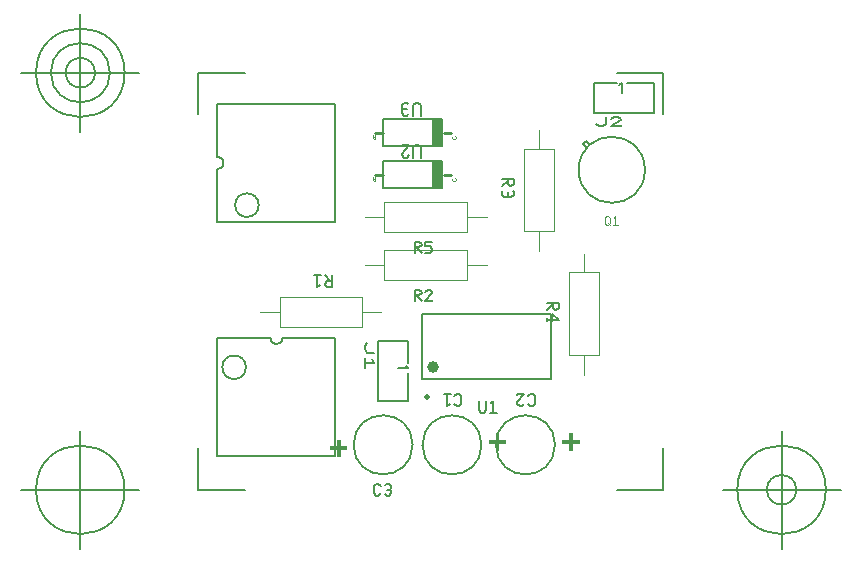
<source format=gbr>
G04 Generated by Ultiboard 14.1 *
%FSLAX33Y33*%
%MOMM*%

%ADD10C,0.001*%
%ADD11C,0.203*%
%ADD12C,0.001*%
%ADD13C,0.100*%
%ADD14C,0.071*%
%ADD15C,0.200*%
%ADD16C,0.150*%
%ADD17C,0.254*%
%ADD18C,0.056*%
%ADD19C,0.127*%
%ADD20C,0.50000*%
%ADD21C,1.00000*%


G04 ColorRGB FFFF00 for the following layer *
%LNSilkscreen Top*%
%LPD*%
G54D10*
G54D11*
X33100Y50720D02*
X33100Y40720D01*
X43100Y40720D01*
X43100Y50720D01*
X33514Y48220D02*
G75*
D01*
G02X33514Y48220I1000J0*
G01*
X37600Y50720D02*
X37602Y50676D01*
X37608Y50633D01*
X37617Y50591D01*
X37630Y50549D01*
X37647Y50509D01*
X37667Y50470D01*
X37690Y50433D01*
X37717Y50399D01*
X37746Y50366D01*
X37779Y50337D01*
X37813Y50310D01*
X37850Y50287D01*
X37889Y50267D01*
X37929Y50250D01*
X37971Y50237D01*
X38013Y50228D01*
X38056Y50222D01*
X38100Y50220D01*
X38144Y50222D01*
X38187Y50228D01*
X38229Y50237D01*
X38271Y50250D01*
X38311Y50267D01*
X38350Y50287D01*
X38387Y50310D01*
X38421Y50337D01*
X38454Y50366D01*
X38483Y50399D01*
X38510Y50433D01*
X38533Y50470D01*
X38553Y50509D01*
X38570Y50549D01*
X38583Y50591D01*
X38592Y50633D01*
X38598Y50676D01*
X38600Y50720D01*
X43100Y50720D02*
X38600Y50720D01*
X37600Y50720D02*
X33100Y50720D01*
X33100Y60532D02*
X43100Y60532D01*
X43100Y70532D01*
X33100Y70532D01*
X34600Y61946D02*
G75*
D01*
G02X34600Y61946I1000J0*
G01*
X33100Y65032D02*
X33144Y65034D01*
X33187Y65040D01*
X33229Y65049D01*
X33271Y65062D01*
X33311Y65079D01*
X33350Y65099D01*
X33387Y65122D01*
X33421Y65149D01*
X33454Y65178D01*
X33483Y65211D01*
X33510Y65245D01*
X33533Y65282D01*
X33553Y65321D01*
X33570Y65361D01*
X33583Y65403D01*
X33592Y65445D01*
X33598Y65488D01*
X33600Y65532D01*
X33598Y65576D01*
X33592Y65619D01*
X33583Y65661D01*
X33570Y65703D01*
X33553Y65743D01*
X33533Y65782D01*
X33510Y65819D01*
X33483Y65853D01*
X33454Y65886D01*
X33421Y65915D01*
X33387Y65942D01*
X33350Y65965D01*
X33311Y65985D01*
X33271Y66002D01*
X33229Y66015D01*
X33187Y66024D01*
X33144Y66030D01*
X33100Y66032D01*
X33100Y70532D02*
X33100Y66032D01*
X33100Y65032D02*
X33100Y60532D01*
X65150Y68814D02*
X65432Y68663D01*
X65715Y68663D01*
X65997Y68814D01*
X65997Y69419D01*
X66420Y69268D02*
X66702Y69419D01*
X66985Y69419D01*
X67267Y69268D01*
X67267Y69192D01*
X66420Y68663D01*
X67267Y68663D01*
X67267Y68739D01*
X70089Y69749D02*
X65009Y69749D01*
X66914Y72289D02*
X65009Y72289D01*
X65009Y69749D01*
X70089Y72289D02*
X67761Y72289D01*
X67337Y72289D02*
X67337Y71442D01*
X67126Y72077D02*
X67337Y72289D01*
X70089Y72289D02*
X70089Y69749D01*
X45770Y50308D02*
X45619Y50026D01*
X45619Y49744D01*
X45770Y49462D01*
X46375Y49462D01*
X46224Y48897D02*
X46375Y48615D01*
X45619Y48615D01*
X45619Y49038D02*
X45619Y48192D01*
X46705Y45369D02*
X46705Y50449D01*
X49245Y48544D02*
X49245Y50449D01*
X46705Y50449D01*
X49245Y45369D02*
X49245Y47698D01*
X49245Y48121D02*
X48398Y48121D01*
X49033Y48333D02*
X49245Y48121D01*
X49245Y45369D02*
X46705Y45369D01*
X46925Y37556D02*
X46726Y37356D01*
X46527Y37356D01*
X46328Y37556D01*
X46328Y38156D01*
X46527Y38356D01*
X46726Y38356D01*
X46925Y38156D01*
X47323Y38256D02*
X47423Y38356D01*
X47622Y38356D01*
X47821Y38156D01*
X47821Y37956D01*
X47721Y37856D01*
X47821Y37756D01*
X47821Y37556D01*
X47622Y37356D01*
X47423Y37356D01*
X47323Y37456D01*
X47423Y37856D02*
X47721Y37856D01*
X44628Y41656D02*
G75*
D01*
G02X44628Y41656I2500J0*
G01*
X49796Y57860D02*
X49796Y58860D01*
X50194Y58860D01*
X50393Y58660D01*
X50393Y58560D01*
X50194Y58360D01*
X49796Y58360D01*
X49895Y58360D02*
X50393Y57860D01*
X51289Y58860D02*
X50692Y58860D01*
X50692Y58460D01*
X51090Y58460D01*
X51289Y58260D01*
X51289Y58060D01*
X51090Y57860D01*
X50692Y57860D01*
X49796Y53796D02*
X49796Y54796D01*
X50194Y54796D01*
X50393Y54596D01*
X50393Y54496D01*
X50194Y54296D01*
X49796Y54296D01*
X49895Y54296D02*
X50393Y53796D01*
X50692Y54596D02*
X50891Y54796D01*
X51090Y54796D01*
X51289Y54596D01*
X51289Y54496D01*
X50692Y53796D01*
X51289Y53796D01*
X51289Y53896D01*
X42768Y56007D02*
X42768Y55007D01*
X42370Y55007D01*
X42171Y55207D01*
X42171Y55307D01*
X42370Y55507D01*
X42768Y55507D01*
X42668Y55507D02*
X42171Y56007D01*
X41772Y55207D02*
X41573Y55007D01*
X41573Y56007D01*
X41872Y56007D02*
X41275Y56007D01*
X55257Y45359D02*
X55257Y44559D01*
X55456Y44359D01*
X55656Y44359D01*
X55855Y44559D01*
X55855Y45359D01*
X56253Y45159D02*
X56452Y45359D01*
X56452Y44359D01*
X56153Y44359D02*
X56751Y44359D01*
X61384Y52737D02*
X50464Y52737D01*
X50464Y47263D02*
X61384Y47263D01*
X50464Y52737D02*
X50464Y47263D01*
X61384Y47263D02*
X61384Y52737D01*
X53167Y45750D02*
X53366Y45950D01*
X53565Y45950D01*
X53764Y45750D01*
X53764Y45150D01*
X53565Y44950D01*
X53366Y44950D01*
X53167Y45150D01*
X52769Y45150D02*
X52570Y44950D01*
X52570Y45950D01*
X52868Y45950D02*
X52271Y45950D01*
X50464Y41650D02*
G75*
D01*
G02X50464Y41650I2500J0*
G01*
X59386Y45750D02*
X59585Y45950D01*
X59784Y45950D01*
X59983Y45750D01*
X59983Y45150D01*
X59784Y44950D01*
X59585Y44950D01*
X59386Y45150D01*
X59087Y45150D02*
X58888Y44950D01*
X58689Y44950D01*
X58490Y45150D01*
X58490Y45250D01*
X59087Y45950D01*
X58490Y45950D01*
X58490Y45850D01*
X56683Y41650D02*
G75*
D01*
G02X56683Y41650I2500J0*
G01*
X61011Y53647D02*
X62011Y53647D01*
X62011Y53249D01*
X61811Y53049D01*
X61711Y53049D01*
X61511Y53249D01*
X61511Y53647D01*
X61511Y53547D02*
X61011Y53049D01*
X61411Y52153D02*
X61411Y52751D01*
X62011Y52253D01*
X61011Y52253D01*
X61011Y52353D02*
X61011Y52153D01*
X57192Y64127D02*
X58192Y64127D01*
X58192Y63729D01*
X57992Y63530D01*
X57892Y63530D01*
X57692Y63729D01*
X57692Y64127D01*
X57692Y64028D02*
X57192Y63530D01*
X58092Y63132D02*
X58192Y63032D01*
X58192Y62833D01*
X57992Y62634D01*
X57792Y62634D01*
X57692Y62734D01*
X57592Y62634D01*
X57392Y62634D01*
X57192Y62833D01*
X57192Y63032D01*
X57292Y63132D01*
X57692Y63032D02*
X57692Y62734D01*
X52152Y66922D02*
X52152Y69222D01*
X47152Y69222D02*
X47152Y66922D01*
X52152Y69222D02*
X47152Y69222D01*
X47152Y66922D02*
X52152Y66922D01*
X52152Y63366D02*
X52152Y65666D01*
X47152Y65666D02*
X47152Y63366D01*
X52152Y65666D02*
X47152Y65666D01*
X47152Y63366D02*
X52152Y63366D01*
G54D12*
G36*
X43195Y42097D02*
X43195Y42097D01*
X43444Y40678D01*
X43444Y42097D01*
X43195Y42097D01*
D02*
G37*
X43444Y40678D01*
X43444Y42097D01*
X43195Y42097D01*
G36*
X43444Y40678D02*
X43444Y40678D01*
X43195Y42097D01*
X43195Y41513D01*
X43444Y40678D01*
D02*
G37*
X43195Y42097D01*
X43195Y41513D01*
X43444Y40678D01*
G36*
X43195Y41513D02*
X43195Y41513D01*
X43195Y41267D01*
X43444Y40678D01*
X43195Y41513D01*
D02*
G37*
X43195Y41267D01*
X43444Y40678D01*
X43195Y41513D01*
G36*
X43195Y41267D02*
X43195Y41267D01*
X43195Y41513D01*
X42610Y41513D01*
X43195Y41267D01*
D02*
G37*
X43195Y41513D01*
X42610Y41513D01*
X43195Y41267D01*
G36*
X42610Y41513D02*
X42610Y41513D01*
X42610Y41267D01*
X43195Y41267D01*
X42610Y41513D01*
D02*
G37*
X42610Y41267D01*
X43195Y41267D01*
X42610Y41513D01*
G36*
X43444Y41267D02*
X43444Y41267D01*
X44028Y41267D01*
X43444Y41513D01*
X43444Y41267D01*
D02*
G37*
X44028Y41267D01*
X43444Y41513D01*
X43444Y41267D01*
G36*
X43444Y41267D01*
X43444Y42097D01*
X43444Y41267D01*
D02*
G37*
X43444Y42097D01*
X43444Y41267D01*
G36*
X43444Y41267D01*
X43444Y42097D01*
X43444Y40678D01*
X43444Y41267D01*
D02*
G37*
X43444Y42097D01*
X43444Y40678D01*
X43444Y41267D01*
G36*
X43444Y41513D02*
X43444Y41513D01*
X44028Y41267D01*
X44028Y41513D01*
X43444Y41513D01*
D02*
G37*
X44028Y41267D01*
X44028Y41513D01*
X43444Y41513D01*
G36*
X43444Y40678D02*
X43444Y40678D01*
X43195Y41267D01*
X43195Y40678D01*
X43444Y40678D01*
D02*
G37*
X43195Y41267D01*
X43195Y40678D01*
X43444Y40678D01*
G36*
X56648Y42628D02*
X56648Y42628D01*
X56897Y41209D01*
X56897Y42628D01*
X56648Y42628D01*
D02*
G37*
X56897Y41209D01*
X56897Y42628D01*
X56648Y42628D01*
G36*
X56897Y41209D02*
X56897Y41209D01*
X56648Y42628D01*
X56648Y42039D01*
X56897Y41209D01*
D02*
G37*
X56648Y42628D01*
X56648Y42039D01*
X56897Y41209D01*
G36*
X56648Y42039D02*
X56648Y42039D01*
X56648Y41793D01*
X56897Y41209D01*
X56648Y42039D01*
D02*
G37*
X56648Y41793D01*
X56897Y41209D01*
X56648Y42039D01*
G36*
X56648Y41793D02*
X56648Y41793D01*
X56648Y42039D01*
X56063Y42039D01*
X56648Y41793D01*
D02*
G37*
X56648Y42039D01*
X56063Y42039D01*
X56648Y41793D01*
G36*
X56063Y42039D02*
X56063Y42039D01*
X56063Y41793D01*
X56648Y41793D01*
X56063Y42039D01*
D02*
G37*
X56063Y41793D01*
X56648Y41793D01*
X56063Y42039D01*
G36*
X56897Y41793D02*
X56897Y41793D01*
X57481Y41793D01*
X56897Y42039D01*
X56897Y41793D01*
D02*
G37*
X57481Y41793D01*
X56897Y42039D01*
X56897Y41793D01*
G36*
X56897Y41793D01*
X56897Y42628D01*
X56897Y41793D01*
D02*
G37*
X56897Y42628D01*
X56897Y41793D01*
G36*
X56897Y41793D01*
X56897Y42628D01*
X56897Y41209D01*
X56897Y41793D01*
D02*
G37*
X56897Y42628D01*
X56897Y41209D01*
X56897Y41793D01*
G36*
X56897Y42039D02*
X56897Y42039D01*
X57481Y41793D01*
X57481Y42039D01*
X56897Y42039D01*
D02*
G37*
X57481Y41793D01*
X57481Y42039D01*
X56897Y42039D01*
G36*
X56897Y41209D02*
X56897Y41209D01*
X56648Y41793D01*
X56648Y41209D01*
X56897Y41209D01*
D02*
G37*
X56648Y41793D01*
X56648Y41209D01*
X56897Y41209D01*
G36*
X62867Y42628D02*
X62867Y42628D01*
X63116Y41209D01*
X63116Y42628D01*
X62867Y42628D01*
D02*
G37*
X63116Y41209D01*
X63116Y42628D01*
X62867Y42628D01*
G36*
X63116Y41209D02*
X63116Y41209D01*
X62867Y42628D01*
X62867Y42039D01*
X63116Y41209D01*
D02*
G37*
X62867Y42628D01*
X62867Y42039D01*
X63116Y41209D01*
G36*
X62867Y42039D02*
X62867Y42039D01*
X62867Y41793D01*
X63116Y41209D01*
X62867Y42039D01*
D02*
G37*
X62867Y41793D01*
X63116Y41209D01*
X62867Y42039D01*
G36*
X62867Y41793D02*
X62867Y41793D01*
X62867Y42039D01*
X62283Y42039D01*
X62867Y41793D01*
D02*
G37*
X62867Y42039D01*
X62283Y42039D01*
X62867Y41793D01*
G36*
X62283Y42039D02*
X62283Y42039D01*
X62283Y41793D01*
X62867Y41793D01*
X62283Y42039D01*
D02*
G37*
X62283Y41793D01*
X62867Y41793D01*
X62283Y42039D01*
G36*
X63116Y41793D02*
X63116Y41793D01*
X63701Y41793D01*
X63116Y42039D01*
X63116Y41793D01*
D02*
G37*
X63701Y41793D01*
X63116Y42039D01*
X63116Y41793D01*
G36*
X63116Y41793D01*
X63116Y42628D01*
X63116Y41793D01*
D02*
G37*
X63116Y42628D01*
X63116Y41793D01*
G36*
X63116Y41793D01*
X63116Y42628D01*
X63116Y41209D01*
X63116Y41793D01*
D02*
G37*
X63116Y42628D01*
X63116Y41209D01*
X63116Y41793D01*
G36*
X63116Y42039D02*
X63116Y42039D01*
X63701Y41793D01*
X63701Y42039D01*
X63116Y42039D01*
D02*
G37*
X63701Y41793D01*
X63701Y42039D01*
X63116Y42039D01*
G36*
X63116Y41209D02*
X63116Y41209D01*
X62867Y41793D01*
X62867Y41209D01*
X63116Y41209D01*
D02*
G37*
X62867Y41793D01*
X62867Y41209D01*
X63116Y41209D01*
G54D13*
X47196Y62250D02*
X54196Y62250D01*
X54196Y59700D01*
X47196Y59700D01*
X47196Y62250D01*
X45596Y60960D02*
X47196Y60960D01*
X54196Y60960D02*
X55896Y60960D01*
X47196Y58186D02*
X54196Y58186D01*
X54196Y55636D01*
X47196Y55636D01*
X47196Y58186D01*
X45596Y56896D02*
X47196Y56896D01*
X54196Y56896D02*
X55896Y56896D01*
X45368Y51617D02*
X38368Y51617D01*
X38368Y54167D01*
X45368Y54167D01*
X45368Y51617D01*
X46968Y52907D02*
X45368Y52907D01*
X38368Y52907D02*
X36668Y52907D01*
X65401Y56246D02*
X62851Y56246D01*
X62851Y49246D01*
X65401Y49246D01*
X65401Y56246D01*
X64111Y57846D02*
X64111Y56246D01*
X64111Y49246D02*
X64111Y47546D01*
X61582Y66727D02*
X59032Y66727D01*
X59032Y59727D01*
X61582Y59727D01*
X61582Y66727D01*
X60292Y68327D02*
X60292Y66727D01*
X60292Y59727D02*
X60292Y58027D01*
G36*
X51253Y66987D02*
X51253Y69228D01*
X52053Y69228D01*
X52053Y66987D01*
X51253Y66987D01*
G37*
G36*
X51253Y63431D02*
X51253Y65672D01*
X52053Y65672D01*
X52053Y63431D01*
X51253Y63431D01*
G37*
G54D14*
X65894Y60435D02*
X66044Y60284D01*
X66195Y60284D01*
X66345Y60435D01*
X66345Y60888D01*
X66195Y61039D01*
X66044Y61039D01*
X65894Y60888D01*
X65894Y60435D01*
X66195Y60435D02*
X66345Y60284D01*
X66646Y60888D02*
X66797Y61039D01*
X66797Y60284D01*
X66571Y60284D02*
X67022Y60284D01*
G54D15*
X63696Y64936D02*
G75*
D01*
G02X63696Y64936I2800J0*
G01*
X64096Y67086D02*
X64396Y66786D01*
X64346Y67336D02*
X64646Y67036D01*
X64346Y67336D02*
X64096Y67086D01*
G54D16*
X50315Y69532D02*
X50315Y70389D01*
X50102Y70603D01*
X49889Y70603D01*
X49675Y70389D01*
X49675Y69532D01*
X49249Y69639D02*
X49142Y69532D01*
X48929Y69532D01*
X48715Y69746D01*
X48715Y69960D01*
X48822Y70067D01*
X48715Y70175D01*
X48715Y70389D01*
X48929Y70603D01*
X49142Y70603D01*
X49249Y70496D01*
X49142Y70067D02*
X48822Y70067D01*
X50315Y65976D02*
X50315Y66833D01*
X50102Y67047D01*
X49889Y67047D01*
X49675Y66833D01*
X49675Y65976D01*
X49355Y66190D02*
X49142Y65976D01*
X48929Y65976D01*
X48715Y66190D01*
X48715Y66297D01*
X49355Y67047D01*
X48715Y67047D01*
X48715Y66940D01*
G54D17*
X52252Y68072D02*
X52852Y68072D01*
X46452Y68072D02*
X47102Y68072D01*
X52252Y64516D02*
X52852Y64516D01*
X46452Y64516D02*
X47102Y64516D01*
G54D18*
X46486Y67863D02*
X46486Y67649D01*
X46415Y67506D01*
X46344Y67506D01*
X46273Y67649D01*
X46273Y67863D01*
X46486Y67756D02*
X46273Y67756D01*
X53251Y67796D02*
X53323Y67725D01*
X53323Y67654D01*
X53251Y67583D01*
X53037Y67583D01*
X52966Y67654D01*
X52966Y67725D01*
X53037Y67796D01*
X46486Y64307D02*
X46486Y64093D01*
X46415Y63950D01*
X46344Y63950D01*
X46273Y64093D01*
X46273Y64307D01*
X46486Y64200D02*
X46273Y64200D01*
X53251Y64240D02*
X53323Y64169D01*
X53323Y64098D01*
X53251Y64027D01*
X53037Y64027D01*
X52966Y64098D01*
X52966Y64169D01*
X53037Y64240D01*
G54D19*
X31496Y37846D02*
X31496Y41377D01*
X31496Y37846D02*
X35433Y37846D01*
X70867Y37846D02*
X66930Y37846D01*
X70867Y37846D02*
X70867Y41377D01*
X70867Y73158D02*
X70867Y69627D01*
X70867Y73158D02*
X66930Y73158D01*
X31496Y73158D02*
X35433Y73158D01*
X31496Y73158D02*
X31496Y69627D01*
X26496Y37846D02*
X16496Y37846D01*
X21496Y32846D02*
X21496Y42846D01*
X17746Y37846D02*
G75*
D01*
G02X17746Y37846I3750J0*
G01*
X75867Y37846D02*
X85867Y37846D01*
X80867Y32846D02*
X80867Y42846D01*
X77117Y37846D02*
G75*
D01*
G02X77117Y37846I3750J0*
G01*
X79617Y37846D02*
G75*
D01*
G02X79617Y37846I1250J0*
G01*
X26496Y73158D02*
X16496Y73158D01*
X21496Y68158D02*
X21496Y78158D01*
X17746Y73158D02*
G75*
D01*
G02X17746Y73158I3750J0*
G01*
X18996Y73158D02*
G75*
D01*
G02X18996Y73158I2500J0*
G01*
X20246Y73158D02*
G75*
D01*
G02X20246Y73158I1250J0*
G01*
G54D20*
X50848Y45682D03*
G54D21*
X51360Y48222D03*

M02*

</source>
